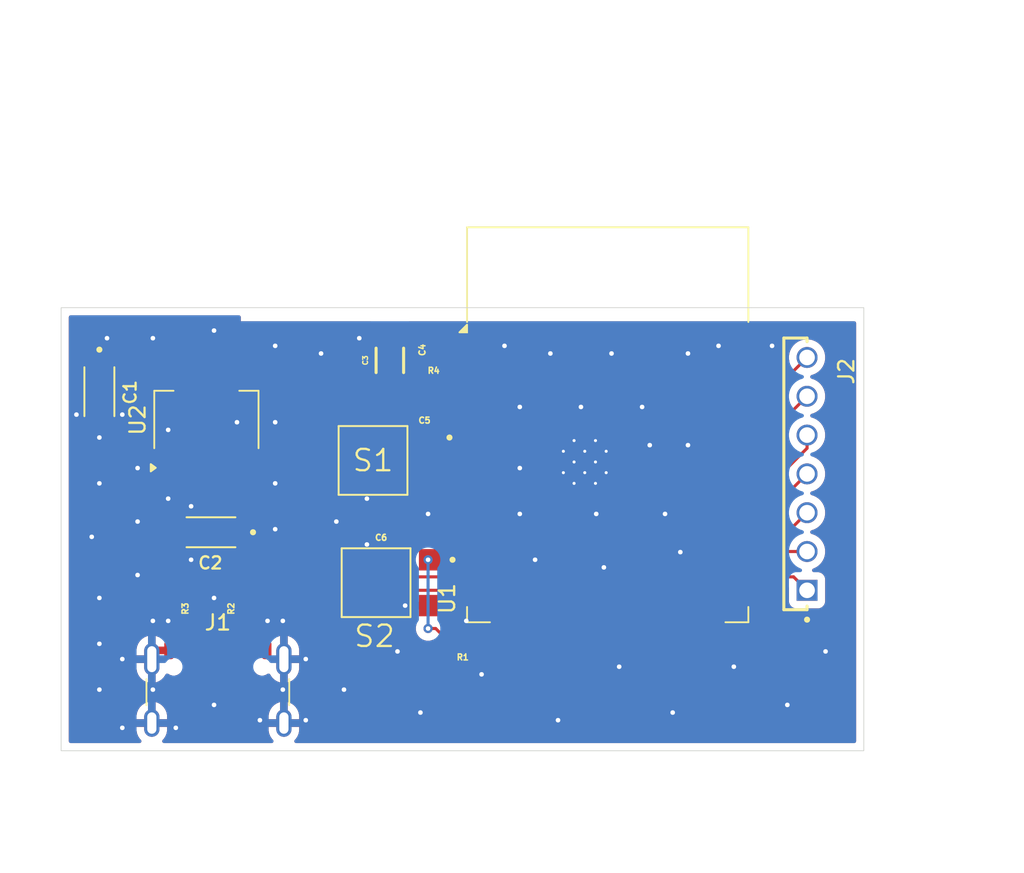
<source format=kicad_pcb>
(kicad_pcb (version 20241229) (generator "pcbnew") (generator_version "9.0")
  (layers (0 "F.Cu" signal) (2 "B.Cu" signal) (13 "F.Paste" user) (15 "B.Paste" user) (5 "F.SilkS" user "F.Silkscreen") (7 "B.SilkS" user "B.Silkscreen") (1 "F.Mask" user) (3 "B.Mask" user) (25 "Edge.Cuts" user))
  (net 0 "")
  (net 1 "+3V3")
  (net 2 "GND")
  (net 3 "+5V")
  (net 4 "EN")
  (net 9 "Net-(R1-Pad2)")
  (net 10 "D-")
  (net 16 "BOOT")
  (net 18 "Net-(J2-Pin_8)")
  (net 19 "Net-(J2-Pin_5)")
  (net 22 "Net-(J2-Pin_2)")
  (net 26 "Net-(J2-Pin_1)")
  (net 27 "Net-(J2-Pin_6)")
  (net 32 "Net-(J2-Pin_4)")
  (net 34 "D+")
  (net 39 "Net-(J2-Pin_3)")
  (net 42 "Net-(J2-Pin_7)")
  (net 47 "Net-(J1-CC2)")
  (net 49 "Net-(J1-CC1)")
  (footprint "Connector_USB:USB_C_Receptacle_GCT_USB4105-xx-A_16P_TopMnt_Horizontal" (layer "F.Cu") (at 62.25 66.612)
    (property "Reference" "J1" (at 0 -5.5 0) (layer "F.SilkS"))
    (property "Value" "USB_C_Receptacle_USB2.0_16P")
    (fp_line (start -4.67 -0.1) (end -4.67 -1.8) (stroke (width 0.12)) (layer "F.SilkS"))
    (fp_line (start 4.67 -0.1) (end 4.67 -1.8) (stroke (width 0.12)) (layer "F.SilkS"))
    (pad "" np_thru_hole circle (at -2.89 -2.605) (size 0.65 0.65) (drill 0.65) (layers "*.Cu" "*.Mask"))
    (pad "" np_thru_hole circle (at 2.89 -2.605) (size 0.65 0.65) (drill 0.65) (layers "*.Cu" "*.Mask"))
    (pad "A1" smd roundrect (at -3.2 -3.68) (size 0.6 1.15) (layers "F.Cu" "F.Mask" "F.Paste") (net 2 "GND"))
    (pad "A4" smd roundrect (at -2.4 -3.68) (size 0.6 1.15) (layers "F.Cu" "F.Mask" "F.Paste") (net 3 "+5V"))
    (pad "A5" smd roundrect (at -1.25 -3.68) (size 0.3 1.15) (layers "F.Cu" "F.Mask" "F.Paste") (net 49 "Net-(J1-CC1)"))
    (pad "A6" smd roundrect (at -0.25 -3.68) (size 0.3 1.15) (layers "F.Cu" "F.Mask" "F.Paste") (net 34 "D+"))
    (pad "A7" smd roundrect (at 0.25 -3.68) (size 0.3 1.15) (layers "F.Cu" "F.Mask" "F.Paste") (net 10 "D-"))
    (pad "A8" smd roundrect (at 1.25 -3.68) (size 0.3 1.15) (layers "F.Cu" "F.Mask" "F.Paste"))
    (pad "A9" smd roundrect (at 2.4 -3.68) (size 0.6 1.15) (layers "F.Cu" "F.Mask" "F.Paste") (net 3 "+5V"))
    (pad "A12" smd roundrect (at 3.2 -3.68) (size 0.6 1.15) (layers "F.Cu" "F.Mask" "F.Paste") (net 2 "GND"))
    (pad "B1" smd roundrect (at 3.2 -3.68) (size 0.6 1.15) (layers "F.Cu" "F.Mask" "F.Paste") (net 2 "GND"))
    (pad "B4" smd roundrect (at 2.4 -3.68) (size 0.6 1.15) (layers "F.Cu" "F.Mask" "F.Paste") (net 3 "+5V"))
    (pad "B5" smd roundrect (at 1.75 -3.68) (size 0.3 1.15) (layers "F.Cu" "F.Mask" "F.Paste") (net 47 "Net-(J1-CC2)"))
    (pad "B6" smd roundrect (at 0.75 -3.68) (size 0.3 1.15) (layers "F.Cu" "F.Mask" "F.Paste") (net 34 "D+"))
    (pad "B7" smd roundrect (at -0.75 -3.68) (size 0.3 1.15) (layers "F.Cu" "F.Mask" "F.Paste") (net 10 "D-"))
    (pad "B8" smd roundrect (at -1.75 -3.68) (size 0.3 1.15) (layers "F.Cu" "F.Mask" "F.Paste"))
    (pad "B9" smd roundrect (at -2.4 -3.68) (size 0.6 1.15) (layers "F.Cu" "F.Mask" "F.Paste") (net 3 "+5V"))
    (pad "B12" smd roundrect (at -3.2 -3.68) (size 0.6 1.15) (layers "F.Cu" "F.Mask" "F.Paste") (net 2 "GND"))
    (pad "S1" thru_hole oval (at -4.32 -3.105) (size 1 2.1) (drill oval 0.6 1.7) (property pad_prop_heatsink) (layers "*.Cu" "*.Mask" "F.Paste") (net 2 "GND"))
    (pad "S1" thru_hole oval (at -4.32 1.075) (size 1 1.8) (drill oval 0.6 1.4) (property pad_prop_heatsink) (layers "*.Cu" "*.Mask" "F.Paste") (net 2 "GND"))
    (pad "S1" thru_hole oval (at 4.32 -3.105) (size 1 2.1) (drill oval 0.6 1.7) (property pad_prop_heatsink) (layers "*.Cu" "*.Mask" "F.Paste") (net 2 "GND"))
    (pad "S1" thru_hole oval (at 4.32 1.075) (size 1 1.8) (drill oval 0.6 1.4) (property pad_prop_heatsink) (layers "*.Cu" "*.Mask" "F.Paste") (net 2 "GND"))
  )
  (footprint "CL05B104KP5VPNC:CAPC1005X55N" (layer "F.Cu") (at 76.068 47 180)
    (property "Reference" "C5" (at 0.3 -0.88 0) (layer "F.SilkS") (effects (font (size 0.393701 0.393701))))
    (property "Value" "CL05B104KP5VPNC")
    (pad "1" smd roundrect (at -0.432 0 180) (size 0.54 0.6) (layers "F.Cu" "F.Mask" "F.Paste") (roundrect_rratio 0.125) (net 4 "EN"))
    (pad "2" smd roundrect (at 0.432 0 180) (size 0.54 0.6) (layers "F.Cu" "F.Mask" "F.Paste") (roundrect_rratio 0.125) (net 2 "GND"))
  )
  (footprint "CL05B104KP5VPNC:CAPC1005X55N" (layer "F.Cu") (at 76.5 43.568 90)
    (property "Reference" "C4" (at 0.3 -0.88 90) (layer "F.SilkS") (effects (font (size 0.393701 0.393701))))
    (property "Value" "CL05B104KP5VPNC")
    (pad "1" smd roundrect (at -0.432 0 90) (size 0.54 0.6) (layers "F.Cu" "F.Mask" "F.Paste") (roundrect_rratio 0.125) (net 1 "+3V3"))
    (pad "2" smd roundrect (at 0.432 0 90) (size 0.54 0.6) (layers "F.Cu" "F.Mask" "F.Paste") (roundrect_rratio 0.125) (net 2 "GND"))
  )
  (footprint "TL3305CF160QG:SW_TL3305CF160QG" (layer "F.Cu") (at 72.4 50.5 180)
    (property "Reference" "S1" (at 0 0 0) (layer "F.SilkS") (effects (font (size 1.4 1.4))))
    (property "Value" "TL3305CF160QG")
    (fp_line (start 2.25 2.25) (end 2.25 -2.25) (stroke (width 0.127)) (layer "F.SilkS"))
    (fp_line (start 2.25 -2.25) (end -2.25 -2.25) (stroke (width 0.127)) (layer "F.SilkS"))
    (fp_line (start -2.25 2.25) (end 2.25 2.25) (stroke (width 0.127)) (layer "F.SilkS"))
    (fp_line (start -2.25 -2.25) (end -2.25 2.25) (stroke (width 0.127)) (layer "F.SilkS"))
    (fp_circle (center -5 1.5) (end -4.9 1.5) (stroke (width 0.2)) (fill no) (layer "F.SilkS"))
    (pad "1" smd rect (at -3.6 1.5 180) (size 1.6 1.4) (layers "F.Cu" "F.Mask" "F.Paste") (net 4 "EN"))
    (pad "2" smd rect (at 3.6 1.5 180) (size 1.6 1.4) (layers "F.Cu" "F.Mask" "F.Paste"))
    (pad "3" smd rect (at -3.6 -1.5 180) (size 1.6 1.4) (layers "F.Cu" "F.Mask" "F.Paste") (net 2 "GND"))
    (pad "4" smd rect (at 3.6 -1.5 180) (size 1.6 1.4) (layers "F.Cu" "F.Mask" "F.Paste"))
  )
  (footprint "TAJA106M010RNJ:CAPMP3216X180N" (layer "F.Cu") (at 61.8 55.2 180)
    (property "Reference" "C2" (at 0.04 -2.008 0) (layer "F.SilkS") (effects (font (size 0.8 0.8))))
    (property "Value" "TAJA106M010RNJ")
    (fp_line (start -1.6 0.98) (end 1.6 0.98) (stroke (width 0.127)) (layer "F.SilkS"))
    (fp_line (start -1.6 -0.98) (end 1.6 -0.98) (stroke (width 0.127)) (layer "F.SilkS"))
    (fp_circle (center -2.75 0) (end -2.65 0) (stroke (width 0.2)) (fill no) (layer "F.SilkS"))
    (pad "1" smd roundrect (at -1.3 0 180) (size 1.81 1.32) (layers "F.Cu" "F.Mask" "F.Paste") (roundrect_rratio 0.125) (net 3 "+5V"))
    (pad "2" smd roundrect (at 1.3 0 180) (size 1.81 1.32) (layers "F.Cu" "F.Mask" "F.Paste") (roundrect_rratio 0.125) (net 2 "GND"))
  )
  (footprint "MTSW-107-08-T-S-190-NA:SAMTEC_MTSW-107-08-T-S-190-NA" (layer "F.Cu") (at 98 51.38 -90)
    (property "Reference" "J2" (at -6.715 -5.36 90) (layer "F.SilkS"))
    (property "Value" "Conn_01x08_MountingPin")
    (fp_line (start -8.89 -1.27) (end 8.89 -1.27) (stroke (width 0.2)) (layer "F.SilkS"))
    (fp_line (start 8.89 -1.27) (end 8.89 -2.79) (stroke (width 0.2)) (layer "F.SilkS"))
    (fp_line (start -8.89 -2.79) (end -8.89 -1.27) (stroke (width 0.2)) (layer "F.SilkS"))
    (fp_line (start -8.655 -2.79) (end -8.89 -2.79) (stroke (width 0.2)) (layer "F.SilkS"))
    (fp_line (start 8.655 -2.79) (end 8.89 -2.79) (stroke (width 0.2)) (layer "F.SilkS"))
    (fp_circle (center 9.54 -2.79) (end 9.64 -2.79) (stroke (width 0.2)) (fill no) (layer "F.SilkS"))
    (pad "01" thru_hole rect (at 7.62 -2.79 270) (size 1.37 1.37) (drill 1.02) (layers "*.Cu" "*.Mask") (net 26 "Net-(J2-Pin_1)"))
    (pad "02" thru_hole circle (at 5.08 -2.79 270) (size 1.37 1.37) (drill 1.02) (layers "*.Cu" "*.Mask") (net 22 "Net-(J2-Pin_2)"))
    (pad "03" thru_hole circle (at 2.54 -2.79 270) (size 1.37 1.37) (drill 1.02) (layers "*.Cu" "*.Mask") (net 39 "Net-(J2-Pin_3)"))
    (pad "04" thru_hole circle (at 0 -2.79 270) (size 1.37 1.37) (drill 1.02) (layers "*.Cu" "*.Mask") (net 32 "Net-(J2-Pin_4)"))
    (pad "05" thru_hole circle (at -2.54 -2.79 270) (size 1.37 1.37) (drill 1.02) (layers "*.Cu" "*.Mask") (net 19 "Net-(J2-Pin_5)"))
    (pad "06" thru_hole circle (at -5.08 -2.79 270) (size 1.37 1.37) (drill 1.02) (layers "*.Cu" "*.Mask") (net 27 "Net-(J2-Pin_6)"))
    (pad "07" thru_hole circle (at -7.62 -2.79 270) (size 1.37 1.37) (drill 1.02) (layers "*.Cu" "*.Mask") (net 42 "Net-(J2-Pin_7)"))
  )
  (footprint "CL05B104KP5VPNC:CAPC1005X55N" (layer "F.Cu") (at 61 60.5 90)
    (property "Reference" "R3" (at 0.3 -0.88 90) (layer "F.SilkS") (effects (font (size 0.393701 0.393701))))
    (property "Value" "5.1k")
    (pad "1" smd roundrect (at -0.432 0 90) (size 0.54 0.6) (layers "F.Cu" "F.Mask" "F.Paste") (roundrect_rratio 0.125) (net 49 "Net-(J1-CC1)"))
    (pad "2" smd roundrect (at 0.432 0 90) (size 0.54 0.6) (layers "F.Cu" "F.Mask" "F.Paste") (roundrect_rratio 0.125) (net 2 "GND"))
  )
  (footprint "RF_Module:ESP32-S3-WROOM-1" (layer "F.Cu") (at 87.75 48.14)
    (property "Reference" "U1" (at -10.5 11.4 90) (layer "F.SilkS"))
    (property "Value" "ESP32-S3-WROOM-1")
    (fp_line (start -9.2 -12.9) (end -9.2 -6.7) (stroke (width 0.12)) (layer "F.SilkS"))
    (fp_line (start -9.2 -12.9) (end 9.2 -12.9) (stroke (width 0.12)) (layer "F.SilkS"))
    (fp_line (start -9.2 11.95) (end -9.2 12.95) (stroke (width 0.12)) (layer "F.SilkS"))
    (fp_line (start -9.2 12.95) (end -7.7 12.95) (stroke (width 0.12)) (layer "F.SilkS"))
    (fp_line (start 9.2 -12.9) (end 9.2 -6.7) (stroke (width 0.12)) (layer "F.SilkS"))
    (fp_line (start 9.2 12.95) (end 7.7 12.95) (stroke (width 0.12)) (layer "F.SilkS"))
    (fp_line (start 9.2 12.95) (end 9.2 11.95) (stroke (width 0.12)) (layer "F.SilkS"))
    (fp_poly (pts (xy -9.2 -6.025) (xy -9.7 -6.025) (xy -9.2 -6.525) (xy -9.2 -6.025)) (stroke (width 0.12)) (fill yes) (layer "F.SilkS"))
    (pad "1" smd rect (at -8.75 -5.26) (size 1.5 0.9) (layers "F.Cu" "F.Mask" "F.Paste") (net 2 "GND"))
    (pad "2" smd rect (at -8.75 -3.99) (size 1.5 0.9) (layers "F.Cu" "F.Mask" "F.Paste") (net 1 "+3V3"))
    (pad "3" smd rect (at -8.75 -2.72) (size 1.5 0.9) (layers "F.Cu" "F.Mask" "F.Paste") (net 4 "EN"))
    (pad "4" smd rect (at -8.75 -1.45) (size 1.5 0.9) (layers "F.Cu" "F.Mask" "F.Paste"))
    (pad "5" smd rect (at -8.75 -0.18) (size 1.5 0.9) (layers "F.Cu" "F.Mask" "F.Paste"))
    (pad "6" smd rect (at -8.75 1.09) (size 1.5 0.9) (layers "F.Cu" "F.Mask" "F.Paste"))
    (pad "7" smd rect (at -8.75 2.36) (size 1.5 0.9) (layers "F.Cu" "F.Mask" "F.Paste"))
    (pad "8" smd rect (at -8.75 3.63) (size 1.5 0.9) (layers "F.Cu" "F.Mask" "F.Paste"))
    (pad "9" smd rect (at -8.75 4.9) (size 1.5 0.9) (layers "F.Cu" "F.Mask" "F.Paste"))
    (pad "10" smd rect (at -8.75 6.17) (size 1.5 0.9) (layers "F.Cu" "F.Mask" "F.Paste"))
    (pad "11" smd rect (at -8.75 7.44) (size 1.5 0.9) (layers "F.Cu" "F.Mask" "F.Paste"))
    (pad "12" smd rect (at -8.75 8.71) (size 1.5 0.9) (layers "F.Cu" "F.Mask" "F.Paste"))
    (pad "13" smd rect (at -8.75 9.98) (size 1.5 0.9) (layers "F.Cu" "F.Mask" "F.Paste") (net 10 "D-"))
    (pad "14" smd rect (at -8.75 11.25 180) (size 1.5 0.9) (layers "F.Cu" "F.Mask" "F.Paste") (net 34 "D+"))
    (pad "15" smd rect (at -6.985 12.5 270) (size 1.5 0.9) (layers "F.Cu" "F.Mask" "F.Paste"))
    (pad "16" smd rect (at -5.715 12.5 270) (size 1.5 0.9) (layers "F.Cu" "F.Mask" "F.Paste"))
    (pad "17" smd rect (at -4.445 12.5 270) (size 1.5 0.9) (layers "F.Cu" "F.Mask" "F.Paste"))
    (pad "18" smd rect (at -3.175 12.5 270) (size 1.5 0.9) (layers "F.Cu" "F.Mask" "F.Paste"))
    (pad "19" smd rect (at -1.905 12.5 270) (size 1.5 0.9) (layers "F.Cu" "F.Mask" "F.Paste"))
    (pad "20" smd rect (at -0.635 12.5 270) (size 1.5 0.9) (layers "F.Cu" "F.Mask" "F.Paste"))
    (pad "21" smd rect (at 0.635 12.5 270) (size 1.5 0.9) (layers "F.Cu" "F.Mask" "F.Paste"))
    (pad "22" smd rect (at 1.905 12.5 270) (size 1.5 0.9) (layers "F.Cu" "F.Mask" "F.Paste"))
    (pad "23" smd rect (at 3.175 12.5 270) (size 1.5 0.9) (layers "F.Cu" "F.Mask" "F.Paste"))
    (pad "24" smd rect (at 4.445 12.5 270) (size 1.5 0.9) (layers "F.Cu" "F.Mask" "F.Paste"))
    (pad "25" smd rect (at 5.715 12.5 270) (size 1.5 0.9) (layers "F.Cu" "F.Mask" "F.Paste"))
    (pad "26" smd rect (at 6.985 12.5 270) (size 1.5 0.9) (layers "F.Cu" "F.Mask" "F.Paste"))
    (pad "27" smd rect (at 8.75 11.25) (size 1.5 0.9) (layers "F.Cu" "F.Mask" "F.Paste") (net 16 "BOOT"))
    (pad "28" smd rect (at 8.75 9.98) (size 1.5 0.9) (layers "F.Cu" "F.Mask" "F.Paste") (net 26 "Net-(J2-Pin_1)"))
    (pad "29" smd rect (at 8.75 8.71) (size 1.5 0.9) (layers "F.Cu" "F.Mask" "F.Paste") (net 22 "Net-(J2-Pin_2)"))
    (pad "30" smd rect (at 8.75 7.44) (size 1.5 0.9) (layers "F.Cu" "F.Mask" "F.Paste") (net 39 "Net-(J2-Pin_3)"))
    (pad "31" smd rect (at 8.75 6.17) (size 1.5 0.9) (layers "F.Cu" "F.Mask" "F.Paste") (net 32 "Net-(J2-Pin_4)"))
    (pad "32" smd rect (at 8.75 4.9) (size 1.5 0.9) (layers "F.Cu" "F.Mask" "F.Paste") (net 19 "Net-(J2-Pin_5)"))
    (pad "33" smd rect (at 8.75 3.63) (size 1.5 0.9) (layers "F.Cu" "F.Mask" "F.Paste") (net 27 "Net-(J2-Pin_6)"))
    (pad "34" smd rect (at 8.75 2.36) (size 1.5 0.9) (layers "F.Cu" "F.Mask" "F.Paste") (net 42 "Net-(J2-Pin_7)"))
    (pad "35" smd rect (at 8.75 1.09) (size 1.5 0.9) (layers "F.Cu" "F.Mask" "F.Paste") (net 18 "Net-(J2-Pin_8)"))
    (pad "36" smd rect (at 8.75 -0.18) (size 1.5 0.9) (layers "F.Cu" "F.Mask" "F.Paste"))
    (pad "37" smd rect (at 8.75 -1.45) (size 1.5 0.9) (layers "F.Cu" "F.Mask" "F.Paste"))
    (pad "38" smd rect (at 8.75 -2.72) (size 1.5 0.9) (layers "F.Cu" "F.Mask" "F.Paste"))
    (pad "39" smd rect (at 8.75 -3.99) (size 1.5 0.9) (layers "F.Cu" "F.Mask" "F.Paste"))
    (pad "40" smd rect (at 8.75 -5.26) (size 1.5 0.9) (layers "F.Cu" "F.Mask" "F.Paste") (net 2 "GND"))
    (pad "41" thru_hole circle (at -2.9 1.76 90) (size 0.6 0.6) (drill 0.2) (property pad_prop_heatsink) (layers "*.Cu" "F.Mask") (net 2 "GND"))
    (pad "41" thru_hole circle (at -2.9 3.16) (size 0.6 0.6) (drill 0.2) (property pad_prop_heatsink) (layers "*.Cu" "F.Mask") (net 2 "GND"))
    (pad "41" thru_hole circle (at -2.2 1.06) (size 0.6 0.6) (drill 0.2) (property pad_prop_heatsink) (layers "*.Cu" "F.Mask") (net 2 "GND"))
    (pad "41" thru_hole circle (at -2.2 2.46) (size 0.6 0.6) (drill 0.2) (property pad_prop_heatsink) (layers "*.Cu" "F.Mask") (net 2 "GND"))
    (pad "41" thru_hole circle (at -2.2 3.86) (size 0.6 0.6) (drill 0.2) (property pad_prop_heatsink) (layers "*.Cu" "F.Mask") (net 2 "GND"))
    (pad "41" thru_hole circle (at -1.5 1.76) (size 0.6 0.6) (drill 0.2) (property pad_prop_heatsink) (layers "*.Cu" "F.Mask") (net 2 "GND"))
    (pad "41" smd rect (at -1.5 2.46 270) (size 3.9 3.9) (property pad_prop_heatsink) (layers "F.Cu" "F.Mask") (net 2 "GND"))
    (pad "41" thru_hole circle (at -1.5 3.16) (size 0.6 0.6) (drill 0.2) (property pad_prop_heatsink) (layers "*.Cu" "F.Mask") (net 2 "GND"))
    (pad "41" thru_hole circle (at -0.8 1.06) (size 0.6 0.6) (drill 0.2) (property pad_prop_heatsink) (layers "*.Cu" "F.Mask") (net 2 "GND"))
    (pad "41" thru_hole circle (at -0.8 2.46) (size 0.6 0.6) (drill 0.2) (property pad_prop_heatsink) (layers "*.Cu" "F.Mask") (net 2 "GND"))
    (pad "41" thru_hole circle (at -0.8 3.86) (size 0.6 0.6) (drill 0.2) (property pad_prop_heatsink) (layers "*.Cu" "F.Mask") (net 2 "GND"))
    (pad "41" thru_hole circle (at -0.1 1.76) (size 0.6 0.6) (drill 0.2) (property pad_prop_heatsink) (layers "*.Cu" "F.Mask") (net 2 "GND"))
    (pad "41" thru_hole circle (at -0.1 3.16) (size 0.6 0.6) (drill 0.2) (property pad_prop_heatsink) (layers "*.Cu" "F.Mask") (net 2 "GND"))
    (zone (net 0) (net_name "") (layers "F.Cu" "B.Cu") (connect_pads (clearance 0)) (min_thickness 0.254)
      (keepout (tracks not_allowed) (vias not_allowed) (pads not_allowed) (copperpour not_allowed) (footprints not_allowed))
      (fill (thermal_gap 0.508) (thermal_bridge_width 0.508))
      (polygon (pts (xy 63.75 41.39) (xy 111.75 41.39) (xy 111.75 20.39) (xy 63.75 20.39)))
    )
  )
  (footprint "CL05B104KP5VPNC:CAPC1005X55N" (layer "F.Cu") (at 76.068 45.5)
    (property "Reference" "R4" (at 0.3 -0.88 0) (layer "F.SilkS") (effects (font (size 0.393701 0.393701))))
    (property "Value" "10k")
    (pad "1" smd roundrect (at -0.432 0) (size 0.54 0.6) (layers "F.Cu" "F.Mask" "F.Paste") (roundrect_rratio 0.125) (net 1 "+3V3"))
    (pad "2" smd roundrect (at 0.432 0) (size 0.54 0.6) (layers "F.Cu" "F.Mask" "F.Paste") (roundrect_rratio 0.125) (net 4 "EN"))
  )
  (footprint "CL05B104KP5VPNC:CAPC1005X55N" (layer "F.Cu") (at 78.568 62.5 180)
    (property "Reference" "R1" (at 0.3 -0.88 0) (layer "F.SilkS") (effects (font (size 0.393701 0.393701))))
    (property "Value" "100")
    (pad "1" smd roundrect (at -0.432 0 180) (size 0.54 0.6) (layers "F.Cu" "F.Mask" "F.Paste") (roundrect_rratio 0.125) (net 16 "BOOT"))
    (pad "2" smd roundrect (at 0.432 0 180) (size 0.54 0.6) (layers "F.Cu" "F.Mask" "F.Paste") (roundrect_rratio 0.125) (net 9 "Net-(R1-Pad2)"))
  )
  (footprint "TAJA226K010RNJ:CAPMP3216X180N" (layer "F.Cu") (at 54.5 46 -90)
    (property "Reference" "C1" (at 0.04 -2.008 90) (layer "F.SilkS") (effects (font (size 0.8 0.8))))
    (property "Value" "TAJA226K010RNJ")
    (fp_line (start -1.6 0.98) (end 1.6 0.98) (stroke (width 0.127)) (layer "F.SilkS"))
    (fp_line (start -1.6 -0.98) (end 1.6 -0.98) (stroke (width 0.127)) (layer "F.SilkS"))
    (fp_circle (center -2.75 0) (end -2.65 0) (stroke (width 0.2)) (fill no) (layer "F.SilkS"))
    (pad "1" smd roundrect (at -1.3 0 270) (size 1.81 1.32) (layers "F.Cu" "F.Mask" "F.Paste") (roundrect_rratio 0.125) (net 1 "+3V3"))
    (pad "2" smd roundrect (at 1.3 0 270) (size 1.81 1.32) (layers "F.Cu" "F.Mask" "F.Paste") (roundrect_rratio 0.125) (net 2 "GND"))
  )
  (footprint "CL05B104KP5VPNC:CAPC1005X55N" (layer "F.Cu") (at 64 60.5 90)
    (property "Reference" "R2" (at 0.3 -0.88 90) (layer "F.SilkS") (effects (font (size 0.393701 0.393701))))
    (property "Value" "5.1k")
    (pad "1" smd roundrect (at -0.432 0 90) (size 0.54 0.6) (layers "F.Cu" "F.Mask" "F.Paste") (roundrect_rratio 0.125) (net 47 "Net-(J1-CC2)"))
    (pad "2" smd roundrect (at 0.432 0 90) (size 0.54 0.6) (layers "F.Cu" "F.Mask" "F.Paste") (roundrect_rratio 0.125) (net 2 "GND"))
  )
  (footprint "WCAP-CSGP_1206_H1.6:WCAP-CSGP_1206_H1.6" (layer "F.Cu") (at 73.5 43.95 90)
    (property "Reference" "C3" (at 0 -1.6032 90) (layer "F.SilkS") (effects (font (size 0.32 0.32))))
    (property "Value" "WCAP-CSGP_1206_H1.6")
    (fp_line (start -0.8 -0.9) (end 0.8 -0.9) (stroke (width 0.2)) (layer "F.SilkS"))
    (fp_line (start 0.8 0.9) (end -0.8 0.9) (stroke (width 0.2)) (layer "F.SilkS"))
    (pad "1" smd rect (at -1.55 0 90) (size 0.9 1.6) (layers "F.Cu" "F.Mask" "F.Paste") (net 1 "+3V3"))
    (pad "2" smd rect (at 1.55 0 90) (size 0.9 1.6) (layers "F.Cu" "F.Mask" "F.Paste") (net 2 "GND"))
  )
  (footprint "CL10B105KP8NNNC:CAPC1608X90N" (layer "F.Cu") (at 72.72 54.5 180)
    (property "Reference" "C6" (at -0.21 -1.05 0) (layer "F.SilkS") (effects (font (size 0.393701 0.393701))))
    (property "Value" "CL10B105KP8NNNC")
    (pad "1" smd roundrect (at -0.78 0 180) (size 0.87 0.93) (layers "F.Cu" "F.Mask" "F.Paste") (roundrect_rratio 0.125) (net 4 "EN"))
    (pad "2" smd roundrect (at 0.78 0 180) (size 0.87 0.93) (layers "F.Cu" "F.Mask" "F.Paste") (roundrect_rratio 0.125) (net 2 "GND"))
  )
  (footprint "TL3305CF160QG:SW_TL3305CF160QG" (layer "F.Cu") (at 72.6 58.5 180)
    (property "Reference" "S2" (at 0.1 -3.5 0) (layer "F.SilkS") (effects (font (size 1.4 1.4))))
    (property "Value" "TL3305CF160QG")
    (fp_line (start 2.25 2.25) (end 2.25 -2.25) (stroke (width 0.127)) (layer "F.SilkS"))
    (fp_line (start 2.25 -2.25) (end -2.25 -2.25) (stroke (width 0.127)) (layer "F.SilkS"))
    (fp_line (start -2.25 2.25) (end 2.25 2.25) (stroke (width 0.127)) (layer "F.SilkS"))
    (fp_line (start -2.25 -2.25) (end -2.25 2.25) (stroke (width 0.127)) (layer "F.SilkS"))
    (fp_circle (center -5 1.5) (end -4.9 1.5) (stroke (width 0.2)) (fill no) (layer "F.SilkS"))
    (pad "1" smd rect (at -3.6 1.5 180) (size 1.6 1.4) (layers "F.Cu" "F.Mask" "F.Paste") (net 9 "Net-(R1-Pad2)"))
    (pad "2" smd rect (at 3.6 1.5 180) (size 1.6 1.4) (layers "F.Cu" "F.Mask" "F.Paste"))
    (pad "3" smd rect (at -3.6 -1.5 180) (size 1.6 1.4) (layers "F.Cu" "F.Mask" "F.Paste") (net 2 "GND"))
    (pad "4" smd rect (at 3.6 -1.5 180) (size 1.6 1.4) (layers "F.Cu" "F.Mask" "F.Paste"))
  )
  (footprint "Package_TO_SOT_SMD:SOT-223-3_TabPin2" (layer "F.Cu") (at 61.5 47.85 90)
    (property "Reference" "U2" (at 0 -4.5 90) (layer "F.SilkS"))
    (property "Value" "AMS1117-3.3")
    (fp_line (start 1.91 -3.41) (end 1.91 -2.15) (stroke (width 0.12)) (layer "F.SilkS"))
    (fp_line (start -1.85 -3.41) (end 1.91 -3.41) (stroke (width 0.12)) (layer "F.SilkS"))
    (fp_line (start 1.91 3.41) (end 1.91 2.15) (stroke (width 0.12)) (layer "F.SilkS"))
    (fp_line (start -1.85 3.41) (end 1.91 3.41) (stroke (width 0.12)) (layer "F.SilkS"))
    (fp_poly (pts (xy -3.13 -3.31) (xy -3.37 -3.64) (xy -2.89 -3.64) (xy -3.13 -3.31)) (stroke (width 0.12)) (fill yes) (layer "F.SilkS"))
    (pad "1" smd roundrect (at -3.15 -2.3 90) (size 2 1.5) (layers "F.Cu" "F.Mask" "F.Paste") (net 2 "GND"))
    (pad "2" smd roundrect (at -3.15 0 90) (size 2 1.5) (layers "F.Cu" "F.Mask" "F.Paste") (net 1 "+3V3"))
    (pad "2" smd roundrect (at 3.15 0 90) (size 2 3.8) (layers "F.Cu" "F.Mask" "F.Paste") (net 1 "+3V3"))
    (pad "3" smd roundrect (at -3.15 2.3 90) (size 2 1.5) (layers "F.Cu" "F.Mask" "F.Paste") (net 3 "+5V"))
  )
  (gr_rect (start 52 40.5) (end 104.5 69.5) (stroke (width 0.05)) (fill no) (layer "Edge.Cuts"))
  (segment (start 76.5 44) (end 75 44) (width 0.2) (layer "F.Cu") (net 1))
  (segment (start 79 44.15) (end 76.65 44.15) (width 0.2) (layer "F.Cu") (net 1))
  (segment (start 76.65 44.15) (end 76.5 44) (width 0.2) (layer "F.Cu") (net 1))
  (segment (start 75 44) (end 73.5 45.5) (width 0.2) (layer "F.Cu") (net 1))
  (segment (start 75.636 45.5) (end 73.5 45.5) (width 0.2) (layer "F.Cu") (net 1))
  (segment (start 73.5 45.5) (end 62.3 45.5) (width 0.2) (layer "F.Cu") (net 1))
  (segment (start 61.5 44.7) (end 54.5 44.7) (width 0.2) (layer "F.Cu") (net 1))
  (segment (start 62.3 45.5) (end 61.5 44.7) (width 0.2) (layer "F.Cu") (net 1))
  (segment (start 61.5 51) (end 61.5 44.7) (width 0.2) (layer "F.Cu") (net 1))
  (segment (start 76.5 43.136) (end 76.136 43.136) (width 0.2) (layer "F.Cu") (net 2))
  (segment (start 79 42.88) (end 76.756 42.88) (width 0.2) (layer "F.Cu") (net 2))
  (segment (start 75.4 42.4) (end 73.5 42.4) (width 0.2) (layer "F.Cu") (net 2))
  (segment (start 61.432 60.068) (end 62 59.5) (width 0.2) (layer "F.Cu") (net 2))
  (segment (start 61 60.068) (end 61.432 60.068) (width 0.2) (layer "F.Cu") (net 2))
  (segment (start 76.136 43.136) (end 75.4 42.4) (width 0.2) (layer "F.Cu") (net 2))
  (segment (start 76.756 42.88) (end 76.5 43.136) (width 0.2) (layer "F.Cu") (net 2))
  (via (at 98.5 43) (size 0.6) (drill 0.3) (layers "F.Cu" "B.Cu") (net 2))
  (via (at 63.5 48) (size 0.6) (drill 0.3) (layers "F.Cu" "B.Cu") (net 2))
  (via (at 65.5 61) (size 0.6) (drill 0.3) (layers "F.Cu" "B.Cu") (net 2))
  (via (at 74 63) (size 0.6) (drill 0.3) (layers "F.Cu" "B.Cu") (net 2))
  (via (at 90.5 49.5) (size 0.6) (drill 0.3) (layers "F.Cu" "B.Cu") (net 2))
  (via (at 66.5 61) (size 0.6) (drill 0.3) (layers "F.Cu" "B.Cu") (net 2))
  (via (at 78.5 61) (size 0.6) (drill 0.3) (layers "F.Cu" "B.Cu") (net 2))
  (via (at 68 63.5) (size 0.6) (drill 0.3) (layers "F.Cu" "B.Cu") (net 2))
  (via (at 57 51) (size 0.6) (drill 0.3) (layers "F.Cu" "B.Cu") (net 2))
  (via (at 72 53) (size 0.6) (drill 0.3) (layers "F.Cu" "B.Cu") (net 2))
  (via (at 93 43.5) (size 0.6) (drill 0.3) (layers "F.Cu" "B.Cu") (net 2))
  (via (at 70.5 65.5) (size 0.6) (drill 0.3) (layers "F.Cu" "B.Cu") (net 2))
  (via (at 60.5 57) (size 0.6) (drill 0.3) (layers "F.Cu" "B.Cu") (net 2))
  (via (at 59 48.5) (size 0.6) (drill 0.3) (layers "F.Cu" "B.Cu") (net 2))
  (via (at 86 47) (size 0.6) (drill 0.3) (layers "F.Cu" "B.Cu") (net 2))
  (via (at 54.5 65.5) (size 0.6) (drill 0.3) (layers "F.Cu" "B.Cu") (net 2))
  (via (at 54.5 49) (size 0.6) (drill 0.3) (layers "F.Cu" "B.Cu") (net 2))
  (via (at 68 67.5) (size 0.6) (drill 0.3) (layers "F.Cu" "B.Cu") (net 2))
  (via (at 56 47.5) (size 0.6) (drill 0.3) (layers "F.Cu" "B.Cu") (net 2))
  (via (at 87.5 57.5) (size 0.6) (drill 0.3) (layers "F.Cu" "B.Cu") (net 2))
  (via (at 57 54.5) (size 0.6) (drill 0.3) (layers "F.Cu" "B.Cu") (net 2))
  (via (at 88 43.5) (size 0.6) (drill 0.3) (layers "F.Cu" "B.Cu") (net 2))
  (via (at 70 54.5) (size 0.6) (drill 0.3) (layers "F.Cu" "B.Cu") (net 2))
  (via (at 84.5 67.5) (size 0.6) (drill 0.3) (layers "F.Cu" "B.Cu") (net 2))
  (via (at 74.5 60) (size 0.6) (drill 0.3) (layers "F.Cu" "B.Cu") (net 2))
  (via (at 53 47.5) (size 0.6) (drill 0.3) (layers "F.Cu" "B.Cu") (net 2))
  (via (at 54 55.5) (size 0.6) (drill 0.3) (layers "F.Cu" "B.Cu") (net 2))
  (via (at 83 57) (size 0.6) (drill 0.3) (layers "F.Cu" "B.Cu") (net 2))
  (via (at 93 49.5) (size 0.6) (drill 0.3) (layers "F.Cu" "B.Cu") (net 2))
  (via (at 82 54) (size 0.6) (drill 0.3) (layers "F.Cu" "B.Cu") (net 2))
  (via (at 69 43.5) (size 0.6) (drill 0.3) (layers "F.Cu" "B.Cu") (net 2))
  (via (at 66 43) (size 0.6) (drill 0.3) (layers "F.Cu" "B.Cu") (net 2))
  (via (at 66 48) (size 0.6) (drill 0.3) (layers "F.Cu" "B.Cu") (net 2))
  (via (at 62 66.5) (size 0.6) (drill 0.3) (layers "F.Cu" "B.Cu") (net 2))
  (via (at 90 47) (size 0.6) (drill 0.3) (layers "F.Cu" "B.Cu") (net 2))
  (via (at 66.5 65.5) (size 0.6) (drill 0.3) (layers "F.Cu" "B.Cu") (net 2))
  (via (at 60.5 53.5) (size 0.6) (drill 0.3) (layers "F.Cu" "B.Cu") (net 2))
  (via (at 62 59.5) (size 0.6) (drill 0.3) (layers "F.Cu" "B.Cu") (net 2))
  (via (at 56 68) (size 0.6) (drill 0.3) (layers "F.Cu" "B.Cu") (net 2))
  (via (at 92 67) (size 0.6) (drill 0.3) (layers "F.Cu" "B.Cu") (net 2))
  (via (at 59 53) (size 0.6) (drill 0.3) (layers "F.Cu" "B.Cu") (net 2))
  (via (at 66 55) (size 0.6) (drill 0.3) (layers "F.Cu" "B.Cu") (net 2))
  (via (at 62 42) (size 0.6) (drill 0.3) (layers "F.Cu" "B.Cu") (net 2))
  (via (at 76 54) (size 0.6) (drill 0.3) (layers "F.Cu" "B.Cu") (net 2))
  (via (at 84 43.5) (size 0.6) (drill 0.3) (layers "F.Cu" "B.Cu") (net 2))
  (via (at 72 56) (size 0.6) (drill 0.3) (layers "F.Cu" "B.Cu") (net 2))
  (via (at 87 54) (size 0.6) (drill 0.3) (layers "F.Cu" "B.Cu") (net 2))
  (via (at 102 63) (size 0.6) (drill 0.3) (layers "F.Cu" "B.Cu") (net 2))
  (via (at 96 64) (size 0.6) (drill 0.3) (layers "F.Cu" "B.Cu") (net 2))
  (via (at 66 52) (size 0.6) (drill 0.3) (layers "F.Cu" "B.Cu") (net 2))
  (via (at 95 43) (size 0.6) (drill 0.3) (layers "F.Cu" "B.Cu") (net 2))
  (via (at 59.5 68) (size 0.6) (drill 0.3) (layers "F.Cu" "B.Cu") (net 2))
  (via (at 81 43) (size 0.6) (drill 0.3) (layers "F.Cu" "B.Cu") (net 2))
  (via (at 57 58) (size 0.6) (drill 0.3) (layers "F.Cu" "B.Cu") (net 2))
  (via (at 82 47) (size 0.6) (drill 0.3) (layers "F.Cu" "B.Cu") (net 2))
  (via (at 55 42.5) (size 0.6) (drill 0.3) (layers "F.Cu" "B.Cu") (net 2))
  (via (at 54.5 52) (size 0.6) (drill 0.3) (layers "F.Cu" "B.Cu") (net 2))
  (via (at 71.5 42.5) (size 0.6) (drill 0.3) (layers "F.Cu" "B.Cu") (net 2))
  (via (at 75.5 67) (size 0.6) (drill 0.3) (layers "F.Cu" "B.Cu") (net 2))
  (via (at 91.5 54) (size 0.6) (drill 0.3) (layers "F.Cu" "B.Cu") (net 2))
  (via (at 79.5 64.5) (size 0.6) (drill 0.3) (layers "F.Cu" "B.Cu") (net 2))
  (via (at 56 63.5) (size 0.6) (drill 0.3) (layers "F.Cu" "B.Cu") (net 2))
  (via (at 88.5 64) (size 0.6) (drill 0.3) (layers "F.Cu" "B.Cu") (net 2))
  (via (at 92.5 56.5) (size 0.6) (drill 0.3) (layers "F.Cu" "B.Cu") (net 2))
  (via (at 82 51) (size 0.6) (drill 0.3) (layers "F.Cu" "B.Cu") (net 2))
  (via (at 58 65.5) (size 0.6) (drill 0.3) (layers "F.Cu" "B.Cu") (net 2))
  (via (at 58 42.5) (size 0.6) (drill 0.3) (layers "F.Cu" "B.Cu") (net 2))
  (via (at 99.5 66.5) (size 0.6) (drill 0.3) (layers "F.Cu" "B.Cu") (net 2))
  (via (at 54.5 62.5) (size 0.6) (drill 0.3) (layers "F.Cu" "B.Cu") (net 2))
  (via (at 58 61) (size 0.6) (drill 0.3) (layers "F.Cu" "B.Cu") (net 2))
  (via (at 54.5 59.5) (size 0.6) (drill 0.3) (layers "F.Cu" "B.Cu") (net 2))
  (via (at 65 67.5) (size 0.6) (drill 0.3) (layers "F.Cu" "B.Cu") (net 2))
  (via (at 59 61) (size 0.6) (drill 0.3) (layers "F.Cu" "B.Cu") (net 2))
  (segment (start 59.85 63.506999) (end 59.85 62.932) (width 0.2) (layer "F.Cu") (net 3))
  (segment (start 59.85 62.932) (end 59.85 60.15) (width 0.2) (layer "F.Cu") (net 3))
  (segment (start 63.608824 64.432) (end 60.775001 64.432) (width 0.2) (layer "F.Cu") (net 3))
  (segment (start 64.65 63.390824) (end 63.608824 64.432) (width 0.2) (layer "F.Cu") (net 3))
  (segment (start 63.1 51.7) (end 63.8 51) (width 0.2) (layer "F.Cu") (net 3))
  (segment (start 60.775001 64.432) (end 59.85 63.506999) (width 0.2) (layer "F.Cu") (net 3))
  (segment (start 59.85 60.15) (end 63.1 56.9) (width 0.2) (layer "F.Cu") (net 3))
  (segment (start 63.1 55.2) (end 63.1 51.7) (width 0.2) (layer "F.Cu") (net 3))
  (segment (start 64.65 62.932) (end 64.65 63.390824) (width 0.2) (layer "F.Cu") (net 3))
  (segment (start 63.1 56.9) (end 63.1 55.2) (width 0.2) (layer "F.Cu") (net 3))
  (segment (start 76.5 48.5) (end 76 49) (width 0.2) (layer "F.Cu") (net 4))
  (segment (start 79 45.42) (end 76.58 45.42) (width 0.2) (layer "F.Cu") (net 4))
  (segment (start 76.58 45.42) (end 76.5 45.5) (width 0.2) (layer "F.Cu") (net 4))
  (segment (start 76.5 45.5) (end 76.5 47) (width 0.2) (layer "F.Cu") (net 4))
  (segment (start 73.5 51.5) (end 73.5 54.5) (width 0.2) (layer "F.Cu") (net 4))
  (segment (start 76.5 47) (end 76.5 48.5) (width 0.2) (layer "F.Cu") (net 4))
  (segment (start 76 49) (end 73.5 51.5) (width 0.2) (layer "F.Cu") (net 4))
  (segment (start 76.2 57) (end 76 57) (width 0.2) (layer "F.Cu") (net 9))
  (segment (start 76.5 61.5) (end 77.5 62.5) (width 0.2) (layer "F.Cu") (net 9))
  (segment (start 77.5 62.5) (end 78.136 62.5) (width 0.2) (layer "F.Cu") (net 9))
  (segment (start 76 61.5) (end 76.5 61.5) (width 0.2) (layer "F.Cu") (net 9))
  (via (at 76 61.5) (size 0.6) (drill 0.3) (layers "F.Cu" "B.Cu") (net 9))
  (via (at 76 57) (size 0.6) (drill 0.3) (layers "F.Cu" "B.Cu") (net 9))
  (segment (start 76 57) (end 76 61.5) (width 0.2) (layer "B.Cu") (net 9))
  (segment (start 62.5 62.932) (end 62.5 62.323176) (width 0.2) (layer "F.Cu") (net 10))
  (segment (start 62.5 62.323176) (end 62.232824 62.056) (width 0.2) (layer "F.Cu") (net 10))
  (segment (start 62.232824 62.056) (end 61.767176 62.056) (width 0.2) (layer "F.Cu") (net 10))
  (segment (start 62.5 62.932) (end 62.5 60.04289) (width 0.2) (layer "F.Cu") (net 10))
  (segment (start 62.5 60.04289) (end 64.42289 58.12) (width 0.2) (layer "F.Cu") (net 10))
  (segment (start 61.767176 62.056) (end 61.5 62.323176) (width 0.2) (layer "F.Cu") (net 10))
  (segment (start 64.42289 58.12) (end 79 58.12) (width 0.2) (layer "F.Cu") (net 10))
  (segment (start 61.5 62.323176) (end 61.5 62.932) (width 0.2) (layer "F.Cu") (net 10))
  (segment (start 79 62.5) (end 98.313 62.5) (width 0.2) (layer "F.Cu") (net 16))
  (segment (start 96.5 60.677) (end 96.5 59.39) (width 0.2) (layer "F.Cu") (net 16))
  (segment (start 95.177 62) (end 96.5 60.677) (width 0.2) (layer "F.Cu") (net 16))
  (segment (start 100.79 49.7) (end 100.79 48.84) (width 0.2) (layer "F.Cu") (net 19))
  (segment (start 96.5 53.04) (end 97.45 53.04) (width 0.2) (layer "F.Cu") (net 19))
  (segment (start 97.45 53.04) (end 100.79 49.7) (width 0.2) (layer "F.Cu") (net 19))
  (segment (start 97.74 56.46) (end 100.79 56.46) (width 0.2) (layer "F.Cu") (net 22))
  (segment (start 97.6 56.6) (end 97.74 56.46) (width 0.2) (layer "F.Cu") (net 22))
  (segment (start 97.35 56.85) (end 97.6 56.6) (width 0.2) (layer "F.Cu") (net 22))
  (segment (start 96.5 56.85) (end 97.35 56.85) (width 0.2) (layer "F.Cu") (net 22))
  (segment (start 96.5 58.12) (end 99.91 58.12) (width 0.2) (layer "F.Cu") (net 26))
  (segment (start 99.91 58.12) (end 100.79 59) (width 0.2) (layer "F.Cu") (net 26))
  (segment (start 97.45 51.77) (end 99 50.22) (width 0.2) (layer "F.Cu") (net 27))
  (segment (start 99 50.22) (end 99 48.09) (width 0.2) (layer "F.Cu") (net 27))
  (segment (start 99 48.09) (end 100.79 46.3) (width 0.2) (layer "F.Cu") (net 27))
  (segment (start 96.5 51.77) (end 97.45 51.77) (width 0.2) (layer "F.Cu") (net 27))
  (segment (start 96.5 54.31) (end 97.86 54.31) (width 0.2) (layer "F.Cu") (net 32))
  (segment (start 97.86 54.31) (end 100.79 51.38) (width 0.2) (layer "F.Cu") (net 32))
  (segment (start 78.369 59.39) (end 79 59.39) (width 0.2) (layer "F.Cu") (net 34))
  (segment (start 63 63.540824) (end 62.732824 63.808) (width 0.2) (layer "F.Cu") (net 34))
  (segment (start 62.267176 63.808) (end 62 63.540824) (width 0.2) (layer "F.Cu") (net 34))
  (segment (start 63 62.932) (end 63 63.540824) (width 0.2) (layer "F.Cu") (net 34))
  (segment (start 78.609 58.999) (end 79 59.39) (width 0.2) (layer "F.Cu") (net 34))
  (segment (start 64.11099 58.999) (end 78.609 58.999) (width 0.2) (layer "F.Cu") (net 34))
  (segment (start 63 60.10999) (end 64.11099 58.999) (width 0.2) (layer "F.Cu") (net 34))
  (segment (start 62 63.540824) (end 62 62.932) (width 0.2) (layer "F.Cu") (net 34))
  (segment (start 63 62.932) (end 63 60.10999) (width 0.2) (layer "F.Cu") (net 34))
  (segment (start 62.732824 63.808) (end 62.267176 63.808) (width 0.2) (layer "F.Cu") (net 34))
  (segment (start 96.5 55.58) (end 99.13 55.58) (width 0.2) (layer "F.Cu") (net 39))
  (segment (start 99.13 55.58) (end 100.79 53.92) (width 0.2) (layer "F.Cu") (net 39))
  (segment (start 97.45 50.5) (end 98 49.95) (width 0.2) (layer "F.Cu") (net 42))
  (segment (start 98 49.95) (end 98 46.55) (width 0.2) (layer "F.Cu") (net 42))
  (segment (start 98 46.55) (end 100.79 43.76) (width 0.2) (layer "F.Cu") (net 42))
  (segment (start 96.5 50.5) (end 97 50.5) (width 0.2) (layer "F.Cu") (net 42))
  (segment (start 96.5 50.5) (end 97.45 50.5) (width 0.2) (layer "F.Cu") (net 42))
  (segment (start 64 62.932) (end 64 60.932) (width 0.2) (layer "F.Cu") (net 47))
  (segment (start 61 62.932) (end 61 60.932) (width 0.2) (layer "F.Cu") (net 49))
  (zone (net 2) (net_name "GND") (layers "F.Cu" "B.Cu") (connect_pads (clearance 0.5)) (min_thickness 0.25) (fill yes (thermal_gap 0.5) (thermal_bridge_width 0.5))
    (polygon (pts (xy 54.5 40.5) (xy 48 39.5) (xy 48 77.5) (xy 115 73.5) (xy 106.5 39) (xy 51 38)))
  )
)
</source>
